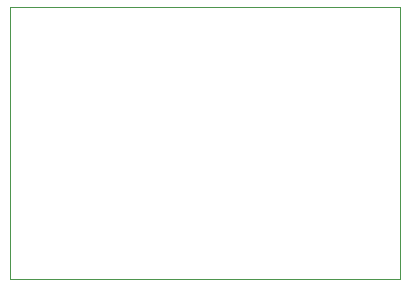
<source format=gbp>
G75*
%MOIN*%
%OFA0B0*%
%FSLAX24Y24*%
%IPPOS*%
%LPD*%
%AMOC8*
5,1,8,0,0,1.08239X$1,22.5*
%
%ADD10C,0.0000*%
D10*
X000480Y003580D02*
X000480Y012650D01*
X013472Y012650D01*
X013472Y003580D01*
X000480Y003580D01*
M02*

</source>
